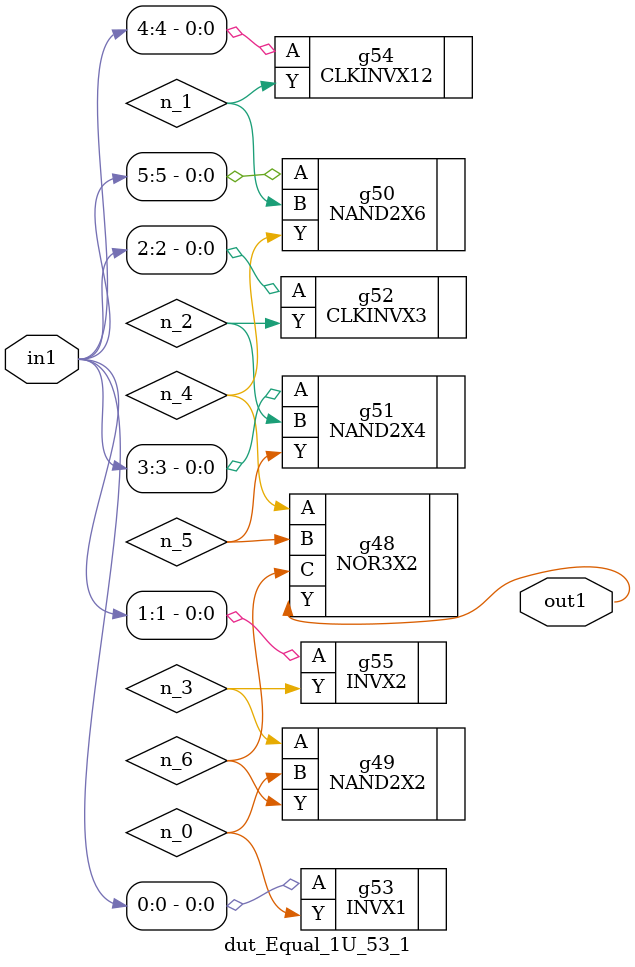
<source format=v>
`timescale 1ps / 1ps


module dut_Equal_1U_53_1(in1, out1);
  input [5:0] in1;
  output out1;
  wire [5:0] in1;
  wire out1;
  wire n_0, n_1, n_2, n_3, n_4, n_5, n_6;
  NOR3X2 g48(.A (n_4), .B (n_5), .C (n_6), .Y (out1));
  NAND2X2 g49(.A (n_3), .B (n_0), .Y (n_6));
  NAND2X4 g51(.A (in1[3]), .B (n_2), .Y (n_5));
  NAND2X6 g50(.A (in1[5]), .B (n_1), .Y (n_4));
  INVX2 g55(.A (in1[1]), .Y (n_3));
  CLKINVX3 g52(.A (in1[2]), .Y (n_2));
  CLKINVX12 g54(.A (in1[4]), .Y (n_1));
  INVX1 g53(.A (in1[0]), .Y (n_0));
endmodule



</source>
